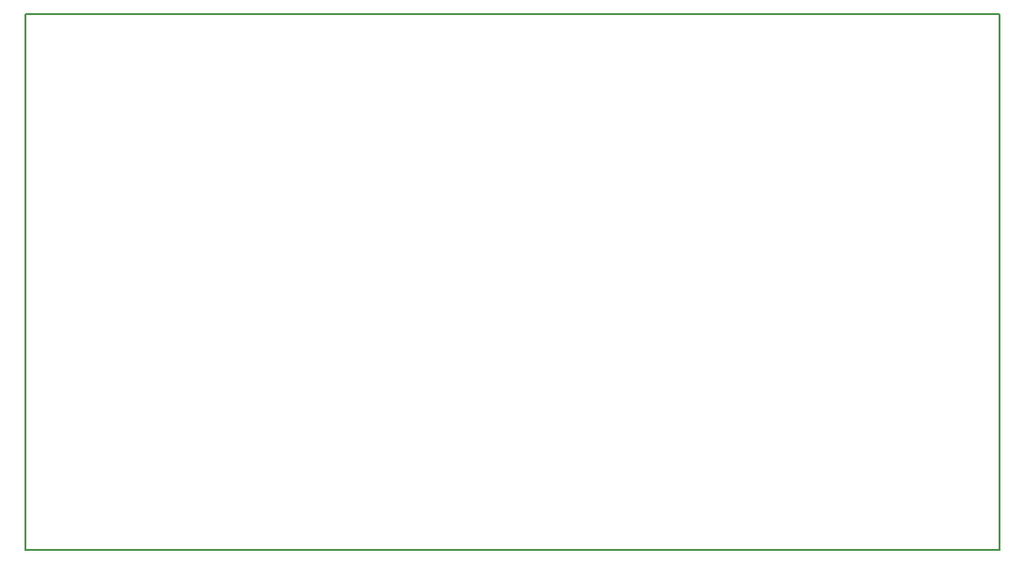
<source format=gbr>
G04 #@! TF.FileFunction,Profile,NP*
%FSLAX46Y46*%
G04 Gerber Fmt 4.6, Leading zero omitted, Abs format (unit mm)*
G04 Created by KiCad (PCBNEW 4.0.6) date Thursday, 29 June 2017 'AMt' 11:53:14*
%MOMM*%
%LPD*%
G01*
G04 APERTURE LIST*
%ADD10C,0.100000*%
%ADD11C,0.150000*%
G04 APERTURE END LIST*
D10*
D11*
X186690000Y-83820000D02*
X187960000Y-83820000D01*
X186690000Y-35560000D02*
X187960000Y-35560000D01*
X187960000Y-83820000D02*
X187960000Y-35560000D01*
X100330000Y-83820000D02*
X186690000Y-83820000D01*
X100330000Y-35560000D02*
X100330000Y-83820000D01*
X186690000Y-35560000D02*
X100330000Y-35560000D01*
M02*

</source>
